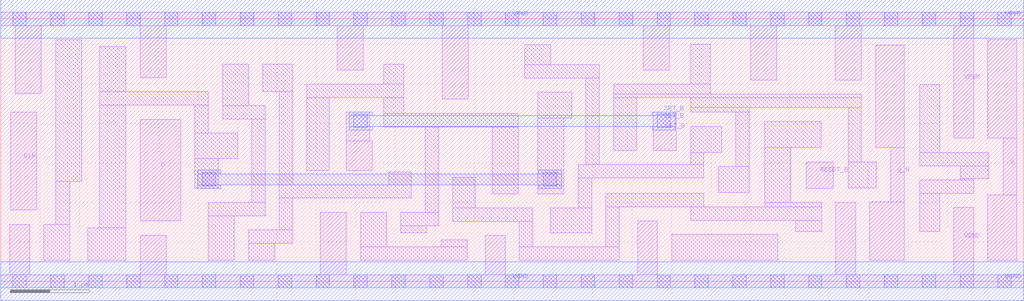
<source format=lef>
# Copyright 2020 The SkyWater PDK Authors
#
# Licensed under the Apache License, Version 2.0 (the "License");
# you may not use this file except in compliance with the License.
# You may obtain a copy of the License at
#
#     https://www.apache.org/licenses/LICENSE-2.0
#
# Unless required by applicable law or agreed to in writing, software
# distributed under the License is distributed on an "AS IS" BASIS,
# WITHOUT WARRANTIES OR CONDITIONS OF ANY KIND, either express or implied.
# See the License for the specific language governing permissions and
# limitations under the License.
#
# SPDX-License-Identifier: Apache-2.0

VERSION 5.7 ;
  NAMESCASESENSITIVE ON ;
  NOWIREEXTENSIONATPIN ON ;
  DIVIDERCHAR "/" ;
  BUSBITCHARS "[]" ;
UNITS
  DATABASE MICRONS 200 ;
END UNITS
MACRO sky130_fd_sc_lp__dfbbp_1
  CLASS CORE ;
  SOURCE USER ;
  FOREIGN sky130_fd_sc_lp__dfbbp_1 ;
  ORIGIN  0.000000  0.000000 ;
  SIZE  12.96000 BY  3.330000 ;
  SYMMETRY X Y R90 ;
  SITE unit ;
  PIN D
    ANTENNAGATEAREA  0.126000 ;
    DIRECTION INPUT ;
    USE SIGNAL ;
    PORT
      LAYER li1 ;
        RECT 1.770000 0.765000 2.280000 2.055000 ;
    END
  END D
  PIN Q
    ANTENNADIFFAREA  0.598500 ;
    DIRECTION OUTPUT ;
    USE SIGNAL ;
    PORT
      LAYER li1 ;
        RECT 12.505000 0.265000 12.870000 1.095000 ;
        RECT 12.505000 1.815000 12.870000 3.065000 ;
        RECT 12.700000 1.095000 12.870000 1.815000 ;
    END
  END Q
  PIN Q_N
    ANTENNADIFFAREA  0.598500 ;
    DIRECTION OUTPUT ;
    USE SIGNAL ;
    PORT
      LAYER li1 ;
        RECT 11.010000 0.265000 11.445000 1.005000 ;
        RECT 11.085000 1.695000 11.445000 2.995000 ;
        RECT 11.275000 1.005000 11.445000 1.695000 ;
    END
  END Q_N
  PIN RESET_B
    ANTENNAGATEAREA  0.159000 ;
    DIRECTION INPUT ;
    USE SIGNAL ;
    PORT
      LAYER li1 ;
        RECT 10.205000 1.180000 10.550000 1.515000 ;
    END
  END RESET_B
  PIN SET_B
    ANTENNAGATEAREA  0.444000 ;
    DIRECTION INPUT ;
    USE SIGNAL ;
    PORT
      LAYER li1 ;
        RECT 4.375000 1.405000 4.705000 1.780000 ;
        RECT 4.375000 1.780000 4.675000 2.150000 ;
        RECT 8.265000 1.660000 8.560000 2.150000 ;
      LAYER mcon ;
        RECT 4.475000 1.950000 4.645000 2.120000 ;
        RECT 8.315000 1.950000 8.485000 2.120000 ;
      LAYER met1 ;
        RECT 4.415000 1.920000 4.705000 1.965000 ;
        RECT 4.415000 1.965000 8.545000 2.105000 ;
        RECT 4.415000 2.105000 4.705000 2.150000 ;
        RECT 8.255000 1.920000 8.545000 1.965000 ;
        RECT 8.255000 2.105000 8.545000 2.150000 ;
    END
  END SET_B
  PIN CLK
    ANTENNAGATEAREA  0.159000 ;
    DIRECTION INPUT ;
    USE CLOCK ;
    PORT
      LAYER li1 ;
        RECT 0.125000 0.905000 0.455000 2.150000 ;
    END
  END CLK
  PIN VGND
    DIRECTION INOUT ;
    USE GROUND ;
    PORT
      LAYER li1 ;
        RECT  0.000000 -0.085000 12.960000 0.085000 ;
        RECT  0.115000  0.085000  0.365000 0.725000 ;
        RECT  1.765000  0.085000  2.095000 0.585000 ;
        RECT  4.050000  0.085000  4.380000 0.875000 ;
        RECT  6.140000  0.085000  6.390000 0.580000 ;
        RECT  8.070000  0.085000  8.320000 0.765000 ;
        RECT 10.580000  0.085000 10.830000 1.000000 ;
        RECT 12.075000  0.085000 12.325000 0.935000 ;
      LAYER mcon ;
        RECT  0.155000 -0.085000  0.325000 0.085000 ;
        RECT  0.635000 -0.085000  0.805000 0.085000 ;
        RECT  1.115000 -0.085000  1.285000 0.085000 ;
        RECT  1.595000 -0.085000  1.765000 0.085000 ;
        RECT  2.075000 -0.085000  2.245000 0.085000 ;
        RECT  2.555000 -0.085000  2.725000 0.085000 ;
        RECT  3.035000 -0.085000  3.205000 0.085000 ;
        RECT  3.515000 -0.085000  3.685000 0.085000 ;
        RECT  3.995000 -0.085000  4.165000 0.085000 ;
        RECT  4.475000 -0.085000  4.645000 0.085000 ;
        RECT  4.955000 -0.085000  5.125000 0.085000 ;
        RECT  5.435000 -0.085000  5.605000 0.085000 ;
        RECT  5.915000 -0.085000  6.085000 0.085000 ;
        RECT  6.395000 -0.085000  6.565000 0.085000 ;
        RECT  6.875000 -0.085000  7.045000 0.085000 ;
        RECT  7.355000 -0.085000  7.525000 0.085000 ;
        RECT  7.835000 -0.085000  8.005000 0.085000 ;
        RECT  8.315000 -0.085000  8.485000 0.085000 ;
        RECT  8.795000 -0.085000  8.965000 0.085000 ;
        RECT  9.275000 -0.085000  9.445000 0.085000 ;
        RECT  9.755000 -0.085000  9.925000 0.085000 ;
        RECT 10.235000 -0.085000 10.405000 0.085000 ;
        RECT 10.715000 -0.085000 10.885000 0.085000 ;
        RECT 11.195000 -0.085000 11.365000 0.085000 ;
        RECT 11.675000 -0.085000 11.845000 0.085000 ;
        RECT 12.155000 -0.085000 12.325000 0.085000 ;
        RECT 12.635000 -0.085000 12.805000 0.085000 ;
      LAYER met1 ;
        RECT 0.000000 -0.245000 12.960000 0.245000 ;
    END
  END VGND
  PIN VPWR
    DIRECTION INOUT ;
    USE POWER ;
    PORT
      LAYER li1 ;
        RECT  0.000000 3.245000 12.960000 3.415000 ;
        RECT  0.185000 2.385000  0.515000 3.245000 ;
        RECT  1.765000 2.585000  2.095000 3.245000 ;
        RECT  4.265000 2.680000  4.595000 3.245000 ;
        RECT  5.595000 2.310000  5.925000 3.245000 ;
        RECT  8.140000 2.680000  8.470000 3.245000 ;
        RECT  9.500000 2.555000  9.830000 3.245000 ;
        RECT 10.575000 2.555000 10.905000 3.245000 ;
        RECT 12.075000 1.815000 12.325000 3.245000 ;
      LAYER mcon ;
        RECT  0.155000 3.245000  0.325000 3.415000 ;
        RECT  0.635000 3.245000  0.805000 3.415000 ;
        RECT  1.115000 3.245000  1.285000 3.415000 ;
        RECT  1.595000 3.245000  1.765000 3.415000 ;
        RECT  2.075000 3.245000  2.245000 3.415000 ;
        RECT  2.555000 3.245000  2.725000 3.415000 ;
        RECT  3.035000 3.245000  3.205000 3.415000 ;
        RECT  3.515000 3.245000  3.685000 3.415000 ;
        RECT  3.995000 3.245000  4.165000 3.415000 ;
        RECT  4.475000 3.245000  4.645000 3.415000 ;
        RECT  4.955000 3.245000  5.125000 3.415000 ;
        RECT  5.435000 3.245000  5.605000 3.415000 ;
        RECT  5.915000 3.245000  6.085000 3.415000 ;
        RECT  6.395000 3.245000  6.565000 3.415000 ;
        RECT  6.875000 3.245000  7.045000 3.415000 ;
        RECT  7.355000 3.245000  7.525000 3.415000 ;
        RECT  7.835000 3.245000  8.005000 3.415000 ;
        RECT  8.315000 3.245000  8.485000 3.415000 ;
        RECT  8.795000 3.245000  8.965000 3.415000 ;
        RECT  9.275000 3.245000  9.445000 3.415000 ;
        RECT  9.755000 3.245000  9.925000 3.415000 ;
        RECT 10.235000 3.245000 10.405000 3.415000 ;
        RECT 10.715000 3.245000 10.885000 3.415000 ;
        RECT 11.195000 3.245000 11.365000 3.415000 ;
        RECT 11.675000 3.245000 11.845000 3.415000 ;
        RECT 12.155000 3.245000 12.325000 3.415000 ;
        RECT 12.635000 3.245000 12.805000 3.415000 ;
      LAYER met1 ;
        RECT 0.000000 3.085000 12.960000 3.575000 ;
    END
  END VPWR
  OBS
    LAYER li1 ;
      RECT  0.545000 0.265000  0.875000 0.725000 ;
      RECT  0.695000 0.725000  0.875000 1.270000 ;
      RECT  0.695000 1.270000  1.025000 3.065000 ;
      RECT  1.105000 0.265000  1.585000 0.675000 ;
      RECT  1.255000 0.675000  1.585000 2.235000 ;
      RECT  1.255000 2.235000  2.630000 2.405000 ;
      RECT  1.255000 2.405000  1.585000 2.975000 ;
      RECT  2.460000 1.180000  2.755000 1.560000 ;
      RECT  2.460000 1.560000  3.000000 1.880000 ;
      RECT  2.460000 1.880000  2.630000 2.235000 ;
      RECT  2.630000 0.265000  2.960000 0.830000 ;
      RECT  2.630000 0.830000  3.350000 1.000000 ;
      RECT  2.810000 2.060000  3.350000 2.230000 ;
      RECT  2.810000 2.230000  3.140000 2.755000 ;
      RECT  3.140000 0.265000  3.470000 0.480000 ;
      RECT  3.140000 0.480000  3.700000 0.650000 ;
      RECT  3.180000 1.000000  3.350000 2.060000 ;
      RECT  3.320000 2.410000  3.700000 2.755000 ;
      RECT  3.530000 0.650000  3.700000 1.055000 ;
      RECT  3.530000 1.055000  5.200000 1.225000 ;
      RECT  3.530000 1.225000  3.700000 2.410000 ;
      RECT  3.880000 1.405000  4.165000 2.330000 ;
      RECT  3.880000 2.330000  5.105000 2.500000 ;
      RECT  4.560000 0.265000  5.910000 0.435000 ;
      RECT  4.560000 0.435000  4.890000 0.875000 ;
      RECT  4.855000 1.960000  6.555000 2.130000 ;
      RECT  4.855000 2.130000  5.105000 2.330000 ;
      RECT  4.855000 2.500000  5.105000 2.755000 ;
      RECT  4.915000 1.225000  5.200000 1.385000 ;
      RECT  5.070000 0.615000  5.400000 0.705000 ;
      RECT  5.070000 0.705000  5.550000 0.875000 ;
      RECT  5.380000 0.875000  5.550000 1.960000 ;
      RECT  5.580000 0.435000  5.910000 0.525000 ;
      RECT  5.730000 0.760000  6.740000 0.930000 ;
      RECT  5.730000 0.930000  6.015000 1.315000 ;
      RECT  6.225000 1.110000  6.555000 1.960000 ;
      RECT  6.570000 0.265000  7.835000 0.435000 ;
      RECT  6.570000 0.435000  6.740000 0.760000 ;
      RECT  6.640000 2.580000  7.585000 2.750000 ;
      RECT  6.640000 2.750000  6.970000 3.000000 ;
      RECT  6.805000 1.110000  7.135000 2.070000 ;
      RECT  6.805000 2.070000  7.235000 2.400000 ;
      RECT  6.960000 0.615000  7.485000 0.930000 ;
      RECT  7.315000 0.930000  7.485000 1.310000 ;
      RECT  7.315000 1.310000  8.910000 1.480000 ;
      RECT  7.415000 1.480000  7.585000 2.580000 ;
      RECT  7.665000 0.435000  7.835000 0.945000 ;
      RECT  7.665000 0.945000  8.910000 1.115000 ;
      RECT  7.765000 1.660000  8.055000 2.330000 ;
      RECT  7.765000 2.330000 10.905000 2.375000 ;
      RECT  7.765000 2.375000  8.990000 2.500000 ;
      RECT  8.500000 0.265000  9.845000 0.595000 ;
      RECT  8.740000 0.775000 10.400000 0.945000 ;
      RECT  8.740000 1.480000  8.910000 1.635000 ;
      RECT  8.740000 1.635000  9.135000 1.965000 ;
      RECT  8.740000 2.145000  9.485000 2.205000 ;
      RECT  8.740000 2.205000 10.905000 2.330000 ;
      RECT  8.740000 2.500000  8.990000 3.010000 ;
      RECT  9.090000 1.125000  9.485000 1.455000 ;
      RECT  9.315000 1.455000  9.485000 2.145000 ;
      RECT  9.680000 0.945000 10.400000 1.000000 ;
      RECT  9.680000 1.000000 10.010000 1.695000 ;
      RECT  9.680000 1.695000 10.395000 2.025000 ;
      RECT 10.070000 0.635000 10.400000 0.775000 ;
      RECT 10.735000 1.185000 11.095000 1.515000 ;
      RECT 10.735000 1.515000 10.905000 2.205000 ;
      RECT 11.645000 0.635000 11.895000 1.115000 ;
      RECT 11.645000 1.115000 12.325000 1.285000 ;
      RECT 11.645000 1.465000 12.520000 1.635000 ;
      RECT 11.645000 1.635000 11.895000 2.495000 ;
      RECT 12.155000 1.285000 12.325000 1.305000 ;
      RECT 12.155000 1.305000 12.520000 1.465000 ;
    LAYER mcon ;
      RECT 2.555000 1.210000 2.725000 1.380000 ;
      RECT 6.875000 1.210000 7.045000 1.380000 ;
    LAYER met1 ;
      RECT 2.495000 1.180000 2.785000 1.225000 ;
      RECT 2.495000 1.225000 7.105000 1.365000 ;
      RECT 2.495000 1.365000 2.785000 1.410000 ;
      RECT 6.815000 1.180000 7.105000 1.225000 ;
      RECT 6.815000 1.365000 7.105000 1.410000 ;
  END
END sky130_fd_sc_lp__dfbbp_1

</source>
